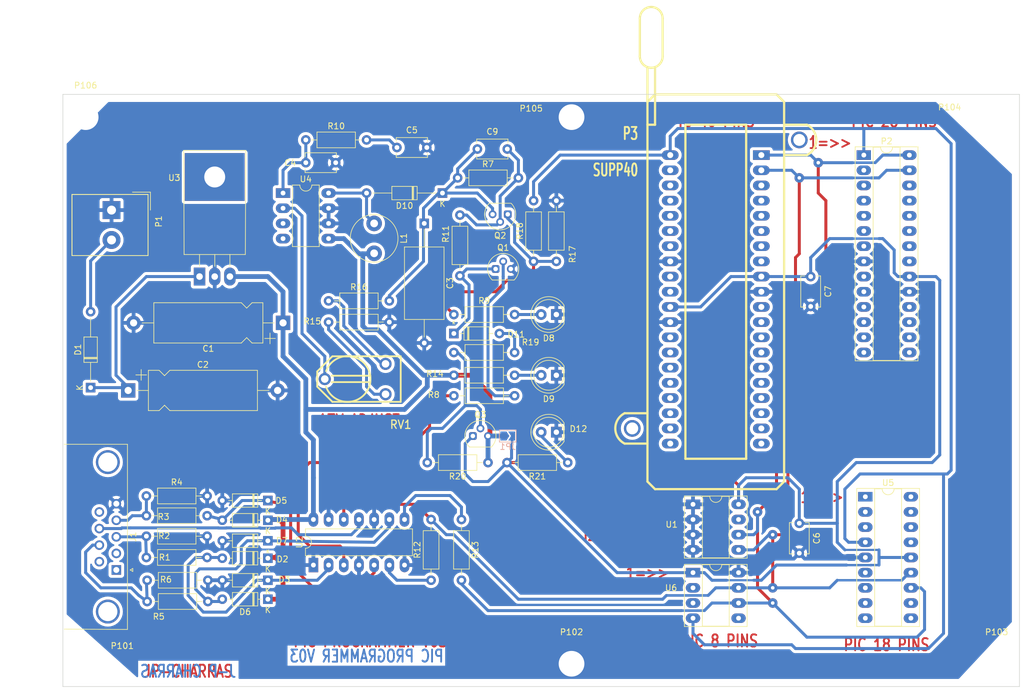
<source format=kicad_pcb>
(kicad_pcb (version 20221018) (generator pcbnew)
  (title_block (title "SERIAL PIC PROGRAMMER"))
  (layers (0 "F.Cu" signal "top_layer") (31 "B.Cu" signal "bottom_layer") (34 "B.Paste" user) (35 "F.Paste" user) (36 "B.SilkS" user "B.Silkscreen") (37 "F.SilkS" user "F.Silkscreen") (38 "B.Mask" user) (39 "F.Mask" user) (44 "Edge.Cuts" user))
  (net 0 "")
  (net 1 "/PC-CLOCK-OUT")
  (net 2 "GND")
  (net 3 "Net-(C2-Pad1)")
  (net 4 "Net-(C4-Pad1)")
  (net 5 "Net-(C5-Pad1)")
  (net 6 "Net-(C9-Pad2)")
  (net 7 "Net-(D11-Pad1)")
  (net 8 "Net-(D11-Pad2)")
  (net 9 "Net-(Q1-Pad2)")
  (net 10 "Net-(Q3-Pad2)")
  (net 11 "Net-(R12-Pad1)")
  (net 12 "Net-(R13-Pad1)")
  (net 13 "Net-(R15-Pad1)")
  (net 14 "Net-(R16-Pad1)")
  (net 15 "Net-(R8-Pad1)")
  (net 16 "Net-(RV1-Pad2)")
  (net 17 "VCC")
  (net 18 "VPP")
  (net 19 "Net-(D1-Pad2)")
  (net 20 "Net-(D4-Pad2)")
  (net 21 "Net-(D8-Pad2)")
  (net 22 "Net-(D9-Pad2)")
  (net 23 "Net-(D12-Pad2)")
  (net 24 "/pic_sockets/VCC_PIC")
  (net 25 "/CLOCK-RB6")
  (net 26 "/DATA-RB7")
  (net 27 "Net-(D2-Pad2)")
  (net 28 "Net-(D6-Pad2)")
  (net 29 "Net-(D10-Pad2)")
  (net 31 "/PC-DATA-IN")
  (net 32 "/PC-DATA-OUT")
  (net 33 "/VPP_ON")
  (net 34 "Net-(Q2-Pad1)")
  (net 38 "/VPP{slash}MCLR")
  (footprint "Capacitor_THT:CP_Axial_L18.0mm_D6.5mm_P25.00mm_Horizontal" (layer "F.Cu") (at 110.49 78.867 180)
    (fp_text reference "C1")
    (fp_text value "100µF")
  )
  (footprint "Capacitor_THT:CP_Axial_L18.0mm_D6.5mm_P25.00mm_Horizontal" (layer "F.Cu") (at 84.582 90.17)
    (fp_text reference "C2")
    (fp_text value "220uF")
  )
  (footprint "MountingHole:MountingHole_4.3mm_M4" (layer "F.Cu") (at 77.47 135.89)
    (fp_text reference "P101")
    (fp_text value "CONN_1")
  )
  (footprint "MountingHole:MountingHole_4.3mm_M4" (layer "F.Cu") (at 158.75 135.89)
    (fp_text reference "P102")
    (fp_text value "CONN_1")
  )
  (footprint "MountingHole:MountingHole_4.3mm_M4" (layer "F.Cu") (at 229.87 135.89)
    (fp_text reference "P103")
    (fp_text value "CONN_1")
  )
  (footprint "MountingHole:MountingHole_4.3mm_M4" (layer "F.Cu") (at 229.87 44.45)
    (fp_text reference "P104")
    (fp_text value "CONN_1")
  )
  (footprint "MountingHole:MountingHole_4.3mm_M4" (layer "F.Cu") (at 158.75 44.45)
    (fp_text reference "P105")
    (fp_text value "CONN_1")
  )
  (footprint "MountingHole:MountingHole_4.3mm_M4" (layer "F.Cu") (at 77.47 44.45)
    (fp_text reference "P106")
    (fp_text value "CONN_1")
  )
  (footprint "footprints:40tex-Ell600" (layer "F.Cu") (at 175.26 50.8)
    (fp_text reference "P3")
    (fp_text value "SUPP40")
  )
  (footprint "Package_DIP:DIP-8_W7.62mm_Socket_LongPads" (layer "F.Cu") (at 179.07 120.65)
    (fp_text reference "U6")
    (fp_text value "PIC_8_PINS")
  )
  (footprint "Package_DIP:DIP-8_W7.62mm_Socket_LongPads" (layer "F.Cu") (at 179.07 109.22)
    (fp_text reference "U1")
    (fp_text value "24Cxx")
  )
  (footprint "Package_DIP:DIP-8_W7.62mm_LongPads" (layer "F.Cu") (at 110.49 57.15)
    (fp_text reference "U4")
    (fp_text value "LT1373")
  )
  (footprint "Package_DIP:DIP-28_W7.62mm_Socket_LongPads" (layer "F.Cu") (at 207.645 50.8)
    (fp_text reference "P2")
    (fp_text value "SUPP28")
  )
  (footprint "Package_DIP:DIP-18_W7.62mm_Socket_LongPads" (layer "F.Cu") (at 207.899 107.95)
    (fp_text reference "U5")
    (fp_text value "PIC_18_PINS")
  )
  (footprint "Package_DIP:DIP-14_W7.62mm_LongPads" (layer "F.Cu") (at 115.57 119.38 90)
    (fp_text reference "U2")
    (fp_text value "74HC125")
  )
  (footprint "Diode_THT:D_DO-35_SOD27_P7.62mm_Horizontal" (layer "F.Cu") (at 107.95 118.237 180)
    (fp_text reference "D2")
    (fp_text value "BAT43")
  )
  (footprint "Diode_THT:D_DO-35_SOD27_P7.62mm_Horizontal" (layer "F.Cu") (at 107.95 121.92 180)
    (fp_text reference "D3")
    (fp_text value "BAT43")
  )
  (footprint "Diode_THT:D_DO-35_SOD27_P7.62mm_Horizontal" (layer "F.Cu") (at 107.95 111.887 180)
    (fp_text reference "D4")
    (fp_text value "BAT43")
  )
  (footprint "Diode_THT:D_DO-35_SOD27_P7.62mm_Horizontal" (layer "F.Cu") (at 107.95 108.585 180)
    (fp_text reference "D5")
    (fp_text value "BAT43")
  )
  (footprint "Diode_THT:D_DO-35_SOD27_P7.62mm_Horizontal" (layer "F.Cu") (at 139.065 80.645)
    (fp_text reference "D11")
    (fp_text value "BAT43")
  )
  (footprint "Diode_THT:D_DO-35_SOD27_P7.62mm_Horizontal" (layer "F.Cu") (at 107.95 115.316 180)
    (fp_text reference "D7")
    (fp_text value "BAT43")
  )
  (footprint "Diode_THT:D_DO-35_SOD27_P7.62mm_Horizontal" (layer "F.Cu") (at 107.95 125.095 180)
    (fp_text reference "D6")
    (fp_text value "BAT43")
  )
  (footprint "Connector_Dsub:DSUB-9_Female_Horizontal_P2.77x2.84mm_EdgePinOffset7.70mm_Housed_MountingHolesOffset9.12mm" (layer "F.Cu") (at 82.6 120.2 -90)
    (fp_text reference "J1")
    (fp_text value "DB9-FEMAL")
  )
  (footprint "Package_TO_SOT_THT:TO-92" (layer "F.Cu") (at 142.24 97.79)
    (fp_text reference "Q3")
    (fp_text value "BC307")
  )
  (footprint "Package_TO_SOT_THT:TO-92" (layer "F.Cu") (at 148.082 60.706 180)
    (fp_text reference "Q2")
    (fp_text value "BC307")
  )
  (footprint "Package_TO_SOT_THT:TO-92" (layer "F.Cu") (at 146.05 69.85)
    (fp_text reference "Q1")
    (fp_text value "BC237")
  )
  (footprint "Resistor_THT:R_Axial_DIN0207_L6.3mm_D2.5mm_P10.16mm_Horizontal" (layer "F.Cu") (at 152.4 68.58 90)
    (fp_text reference "R18")
    (fp_text value "220")
  )
  (footprint "Resistor_THT:R_Axial_DIN0207_L6.3mm_D2.5mm_P10.16mm_Horizontal" (layer "F.Cu") (at 114.3 48.26)
    (fp_text reference "R10")
    (fp_text value "5,1K")
  )
  (footprint "Resistor_THT:R_Axial_DIN0207_L6.3mm_D2.5mm_P10.16mm_Horizontal" (layer "F.Cu") (at 139.065 77.47)
    (fp_text reference "R9")
    (fp_text value "2.2K")
  )
  (footprint "Resistor_THT:R_Axial_DIN0207_L6.3mm_D2.5mm_P10.16mm_Horizontal" (layer "F.Cu") (at 87.63 118.11)
    (fp_text reference "R1")
    (fp_text value "10K")
  )
  (footprint "Resistor_THT:R_Axial_DIN0207_L6.3mm_D2.5mm_P10.16mm_Horizontal" (layer "F.Cu") (at 87.63 114.554)
    (fp_text reference "R2")
    (fp_text value "10K")
  )
  (footprint "Resistor_THT:R_Axial_DIN0207_L6.3mm_D2.5mm_P10.16mm_Horizontal" (layer "F.Cu") (at 87.63 111.125)
    (fp_text reference "R3")
    (fp_text value "10K")
  )
  (footprint "Resistor_THT:R_Axial_DIN0207_L6.3mm_D2.5mm_P10.16mm_Horizontal" (layer "F.Cu") (at 87.63 107.823)
    (fp_text reference "R4")
    (fp_text value "10K")
  )
  (footprint "Resistor_THT:R_Axial_DIN0207_L6.3mm_D2.5mm_P10.16mm_Horizontal" (layer "F.Cu") (at 87.757 125.476)
    (fp_text reference "R5")
    (fp_text value "10K")
  )
  (footprint "Resistor_THT:R_Axial_DIN0207_L6.3mm_D2.5mm_P10.16mm_Horizontal" (layer "F.Cu") (at 139.7 54.61)
    (fp_text reference "R7")
    (fp_text value "10K")
  )
  (footprint "Resistor_THT:R_Axial_DIN0207_L6.3mm_D2.5mm_P10.16mm_Horizontal" (layer "F.Cu") (at 87.757 121.92)
    (fp_text reference "R6")
    (fp_text value "10K")
  )
  (footprint "Resistor_THT:R_Axial_DIN0207_L6.3mm_D2.5mm_P10.16mm_Horizontal" (layer "F.Cu") (at 158.115 102.235 180)
    (fp_text reference "R21")
    (fp_text value "470")
  )
  (footprint "Resistor_THT:R_Axial_DIN0207_L6.3mm_D2.5mm_P10.16mm_Horizontal" (layer "F.Cu") (at 144.78 102.235 180)
    (fp_text reference "R20")
    (fp_text value "2.2K")
  )
  (footprint "Resistor_THT:R_Axial_DIN0207_L6.3mm_D2.5mm_P10.16mm_Horizontal" (layer "F.Cu") (at 149.225 83.82 180)
    (fp_text reference "R19")
    (fp_text value "2.2K")
  )
  (footprint "Resistor_THT:R_Axial_DIN0207_L6.3mm_D2.5mm_P10.16mm_Horizontal" (layer "F.Cu") (at 156.21 68.58 90)
    (fp_text reference "R17")
    (fp_text value "22K")
  )
  (footprint "Resistor_THT:R_Axial_DIN0207_L6.3mm_D2.5mm_P10.16mm_Horizontal" (layer "F.Cu") (at 118.11 75.184)
    (fp_text reference "R16")
    (fp_text value "62K")
  )
  (footprint "Resistor_THT:R_Axial_DIN0207_L6.3mm_D2.5mm_P10.16mm_Horizontal" (layer "F.Cu") (at 118.11 78.74)
    (fp_text reference "R15")
    (fp_text value "6.2K")
  )
  (footprint "Resistor_THT:R_Axial_DIN0207_L6.3mm_D2.5mm_P10.16mm_Horizontal" (layer "F.Cu") (at 139.065 87.63)
    (fp_text reference "R14")
    (fp_text value "470")
  )
  (footprint "Resistor_THT:R_Axial_DIN0207_L6.3mm_D2.5mm_P10.16mm_Horizontal" (layer "F.Cu") (at 140.335 111.76 -90)
    (fp_text reference "R13")
    (fp_text value "470")
  )
  (footprint "Resistor_THT:R_Axial_DIN0207_L6.3mm_D2.5mm_P10.16mm_Horizontal" (layer "F.Cu") (at 139.065 91.059)
    (fp_text reference "R8")
    (fp_text value "1K")
  )
  (footprint "Resistor_THT:R_Axial_DIN0207_L6.3mm_D2.5mm_P10.16mm_Horizontal" (layer "F.Cu") (at 135.255 121.92 90)
    (fp_text reference "R12")
    (fp_text value "470")
  )
  (footprint "LED_THT:LED_D5.0mm" (layer "F.Cu") (at 156.21 77.47 180)
    (fp_text reference "D8")
    (fp_text value "RED-LED")
  )
  (footprint "LED_THT:LED_D5.0mm" (layer "F.Cu") (at 156.21 87.63 180)
    (fp_text reference "D9")
    (fp_text value "GREEN-LED")
  )
  (footprint "LED_THT:LED_D5.0mm" (layer "F.Cu") (at 156.21 97.155 180)
    (fp_text reference "D12")
    (fp_text value "YELLOW-LED")
  )
  (footprint "Capacitor_THT:C_Disc_D5.1mm_W3.2mm_P5.00mm" (layer "F.Cu") (at 114.3 52.07)
    (fp_text reference "C4")
    (fp_text value "0")
  )
  (footprint "Capacitor_THT:C_Disc_D5.1mm_W3.2mm_P5.00mm" (layer "F.Cu") (at 129.54 49.53)
    (fp_text reference "C5")
    (fp_text value "10nF")
  )
  (footprint "Capacitor_THT:C_Disc_D5.1mm_W3.2mm_P5.00mm" (layer "F.Cu") (at 198.755 71.12 -90)
    (fp_text reference "C7")
    (fp_text value "100nF")
  )
  (footprint "Capacitor_THT:C_Disc_D5.1mm_W3.2mm_P5.00mm" (layer "F.Cu") (at 143.002 49.784)
    (fp_text reference "C9")
    (fp_text value "220nF")
  )
  (footprint "Capacitor_THT:C_Disc_D5.1mm_W3.2mm_P5.00mm" (layer "F.Cu") (at 196.85 112.395 -90)
    (fp_text reference "C6")
    (fp_text value "100nF")
  )
  (footprint "Diode_THT:D_DO-35_SOD27_P12.70mm_Horizontal" (layer "F.Cu") (at 137.16 57.15 180)
    (fp_text reference "D10")
    (fp_text value "SCHOTTKY")
  )
  (footprint "footprints:RV2X4" (layer "F.Cu") (at 127.635 90.805 180)
    (fp_text reference "RV1")
    (fp_text value "1K")
  )
  (footprint "TerminalBlock_Altech:Altech_AK300_1x02_P5.00mm_45-Degree" (layer "F.Cu") (at 81.8 60 -90)
    (fp_text reference "P1")
    (fp_text value "CONN_2")
  )
  (footprint "Package_TO_SOT_THT:TO-220-3_Horizontal_TabDown" (layer "F.Cu") (at 96.52 71.12)
    (fp_text reference "U3")
    (fp_text value "7805")
  )
  (footprint "Resistor_THT:R_Axial_DIN0207_L6.3mm_D2.5mm_P10.16mm_Horizontal" (layer "F.Cu") (at 140.081 70.993 90)
    (fp_text reference "R11")
    (fp_text value "22K")
  )
  (footprint "Capacitors_THT:C_Axial_L12.0mm_D6.5mm_P20.00mm_Horizontal" (layer "F.Cu") (at 134.112 62.23 -90)
    (fp_text reference "C3")
    (fp_text value "22uF/25V")
  )
  (footprint "Inductor_THT:L_Radial_D7.8mm_P5.00mm_Fastron_07HCP" (layer "F.Cu") (at 125.73 62.23 -90)
    (fp_text reference "L1")
    (fp_text value "22uH")
  )
  (footprint "Diode_THT:D_DO-35_SOD27_P12.70mm_Horizontal" (layer "F.Cu") (at 78.3 89.7 90)
    (fp_text reference "D1")
    (fp_text value "1N4004")
  )
  (footprint "Jumper:SolderJumper-2_P1.3mm_Open_TrianglePad1.0x1.5mm" (layer "B.Cu") (at 148.082 97.79)
    (fp_text reference "JP1")
    (fp_text value "JUMPER")
  )
  (gr_line (start 73.66 139.7) (end 73.66 40.64) (stroke (width 0.1)) (layer "Edge.Cuts"))
  (gr_line (start 173.99 40.64) (end 233.68 40.64) (stroke (width 0.1)) (layer "Edge.Cuts"))
  (gr_line (start 73.66 40.64) (end 173.99 40.64) (stroke (width 0.1)) (layer "Edge.Cuts"))
  (gr_line (start 233.68 139.7) (end 73.66 139.7) (stroke (width 0.1)) (layer "Edge.Cuts"))
  (gr_line (start 233.68 40.64) (end 233.68 139.7) (stroke (width 0.1)) (layer "Edge.Cuts"))
  (gr_text "+8/12V" (at 81.5 55.5) (layer "F.Cu") (effects (font (size 2.032 1.524) (thickness 0.3048))))
  (gr_text "VCC ON" (at 162.9 99.1) (layer "F.Cu") (effects (font (size 2.032 1.524) (thickness 0.3048))))
  (gr_text "JP-CHARRAS" (at 94.615 137.16) (layer "F.Cu") (effects (font (size 2.032 1.524) (thickness 0.3048))))
  (gr_text "1=>>" (at 167.64 48.895) (layer "F.Cu") (effects (font (size 2.032 1.524) (thickness 0.3048))))
  (gr_text "PWR ON" (at 163.83 88.9) (layer "F.Cu") (effects (font (size 2.032 1.524) (thickness 0.3048))))
  (gr_text "PIC PROGRAMMER V03" (at 125.095 132.08) (layer "F.Cu") (effects (font (size 2.032 1.524) (thickness 0.3048))))
  (gr_text "1=>>" (at 200.66 107.95) (layer "F.Cu") (effects (font (size 2.032 1.524) (thickness 0.3048))))
  (gr_text "PIC 18 PINS" (at 211.455 132.715) (layer "F.Cu") (effects (font (size 2.032 1.524) (thickness 0.3048))))
  (gr_text "I2C PROM" (at 166.37 114.3) (layer "F.Cu") (effects (font (size 2.032 1.524) (thickness 0.3048))))
  (gr_text "VPP ON" (at 163.195 80.645) (layer "F.Cu") (effects (font (size 2.032 1.524) (thickness 0.3048))))
  (gr_text "1=>>" (at 171.45 109.22) (layer "F.Cu") (effects (font (size 2.032 1.524) (thickness 0.3048))))
  (gr_text "13V ADJUST" (at 123.19 95.25) (layer "F.Cu") (effects (font (size 2.032 1.524) (thickness 0.3048))))
  (gr_text "PIC 8 PINS" (at 183.515 132.08) (layer "F.Cu") (effects (font (size 2.032 1.524) (thickness 0.3048))))
  (gr_text "PIC 28 PINS" (at 212.725 45.085) (layer "F.Cu") (effects (font (size 2.032 1.524) (thickness 0.3048))))
  (gr_text "1=>>" (at 171.45 120.65) (layer "F.Cu") (effects (font (size 2.032 1.524) (thickness 0.3048))))
  (gr_text "PIC 40 PINS" (at 182.245 45.085) (layer "F.Cu") (effects (font (size 2.032 1.524) (thickness 0.3048))))
  (gr_text "1=>>" (at 202 48.7) (layer "F.Cu") (effects (font (size 2.032 1.524) (thickness 0.3048))))
  (gr_text "J-P CHARRAS" (at 94.615 137.16) (layer "B.Cu") (effects (font (size 2.032 1.524) (thickness 0.3048)) (justify mirror)))
  (gr_text "PIC PROGRAMMER V03" (at 124.46 134.62) (layer "B.Cu") (effects (font (size 2.032 1.524) (thickness 0.3048)) (justify mirror)))
  (segment (start 85.09 123.19) (end 86.36 124.46) (width 0.5) (layer "B.Cu") (net 1))
  (segment (start 77.47 117.475) (end 77.47 120.65) (width 0.5) (layer "B.Cu") (net 1))
  (segment (start 78.62863 116.045) (end 77.47 117.20363) (width 0.5) (layer "B.Cu") (net 1))
  (segment (start 86.36 124.46) (end 87.757 125.476) (width 0.5) (layer "B.Cu") (net 1))
  (segment (start 80.01 123.19) (end 85.09 123.19) (width 0.5) (layer "B.Cu") (net 1))
  (segment (start 87.757 125.476) (end 87.63 121.92) (width 0.5) (layer "B.Cu") (net 1))
  (segment (start 79.76 116.045) (end 78.62863 116.045) (width 0.5) (layer "B.Cu") (net 1))
  (segment (start 77.47 120.65) (end 80.01 123.19) (width 0.5) (layer "B.Cu") (net 1))
  (segment (start 77.47 117.20363) (end 77.47 117.475) (width 0.5) (layer "B.Cu") (net 1))
  (segment (start 82.55 76.2) (end 87.63 71.12) (width 0.5) (layer "B.Cu") (net 3))
  (segment (start 84.112 89.7) (end 84.582 90.17) (width 0.5) (layer "B.Cu") (net 3))
  (segment (start 84.455 89.535) (end 82.55 87.63) (width 0.5) (layer "B.Cu") (net 3))
  (segment (start 78.3 89.7) (end 84.112 89.7) (width 0.5) (layer "B.Cu") (net 3))
  (segment (start 87.63 71.12) (end 96.52 71.12) (width 0.5) (layer "B.Cu") (net 3))
  (segment (start 82.55 87.63) (end 82.55 76.2) (width 0.5) (layer "B.Cu") (net 3))
  (segment (start 84.455 90.17) (end 84.455 89.535) (width 0.5) (layer "B.Cu") (net 3))
  (segment (start 114.3 48.26) (end 114.3 52.07) (width 0.5) (layer "B.Cu") (net 4))
  (segment (start 110.49 57.15) (end 110.49 53.34) (width 0.5) (layer "B.Cu") (net 4))
  (segment (start 110.49 53.34) (end 111.76 52.07) (width 0.5) (layer "B.Cu") (net 4))
  (segment (start 111.76 52.07) (end 114.3 52.07) (width 0.5) (layer "B.Cu") (net 4))
  (segment (start 124.46 48.26) (end 128.27 48.26) (width 0.5) (layer "B.Cu") (net 5))
  (segment (start 128.27 48.26) (end 129.54 49.53) (width 0.5) (layer "B.Cu") (net 5))
  (segment (start 149.86 51.642) (end 149.86 54.61) (width 0.5) (layer "B.Cu") (net 6))
  (segment (start 141.21237 60.833) (end 142.855369 62.475999) (width 0.5) (layer "B.Cu") (net 6))
  (segment (start 146.312001 62.475999) (end 146.812 61.976) (width 0.5) (layer "B.Cu") (net 6))
  (segment (start 146.812 57.658) (end 149.86 54.61) (width 0.5) (layer "B.Cu") (net 6))
  (segment (start 148.002 49.784) (end 149.86 51.642) (width 0.5) (layer "B.Cu") (net 6))
  (segment (start 146.812 61.976) (end 146.812 57.658) (width 0.5) (layer "B.Cu") (net 6))
  (segment (start 140.081 60.833) (end 141.21237 60.833) (width 0.5) (layer "B.Cu") (net 6))
  (segment (start 142.855369 62.475999) (end 146.312001 62.475999) (width 0.5) (layer "B.Cu") (net 6))
  (segment (start 141.605 72.517) (end 140.081 70.993) (width 0.5) (layer "B.Cu") (net 7))
  (segment (start 141.605 78.105) (end 141.605 72.517) (width 0.5) (layer "B.Cu") (net 7))
  (segment (start 141.224 69.85) (end 146.05 69.85) (width 0.5) (layer "B.Cu") (net 7))
  (segment (start 140.081 70.993) (end 141.224 69.85) (width 0.5) (layer "B.Cu") (net 7))
  (segment (start 139.065 80.645) (end 141.605 78.105) (width 0.5) (layer "B.Cu") (net 7))
  (segment (start 146.685 80.645) (end 148.59 80.645) (width 0.5) (layer "B.Cu") (net 8))
  (segment (start 148.59 80.645) (end 149.225 81.28) (width 0.5) (layer "B.Cu") (net 8))
  (segment (start 149.225 81.28) (end 149.225 83.82) (width 0.5) (layer "B.Cu") (net 8))
  (segment (start 145.923 91.059) (end 144.78 89.916) (width 0.5) (layer "B.Cu") (net 9))
  (segment (start 147.32 71.12) (end 147.32 68.58) (width 0.5) (layer "B.Cu") (net 9))
  (segment (start 147.32 73.025) (end 147.32 71.12) (width 0.5) (layer "B.Cu") (net 9))
  (segment (start 144.78 89.916) (end 144.78 75.565) (width 0.5) (layer "B.Cu") (net 9))
  (segment (start 144.78 75.565) (end 147.32 73.025) (width 0.5) (layer "B.Cu") (net 9))
  (segment (start 149.225 91.059) (end 145.923 91.059) (width 0.5) (layer "B.Cu") (net 9))
  (segment (start 135.255 96.52) (end 137.16 96.52) (width 0.5) (layer "B.Cu") (net 10))
  (segment (start 135.255 96.52) (end 134.62 97.155) (width 0.5) (layer "B.Cu") (net 10))
  (segment (start 143.51 93.345) (end 143.51 96.52) (width 0.5) (layer "B.Cu") (net 10))
  (segment (start 142.875 92.71) (end 143.51 93.345) (width 0.5) (layer "B.Cu") (net 10))
  (segment (start 134.62 97.155) (end 134.62 102.235) (width 0.5) (layer "B.Cu") (net 10))
  (segment (start 140.97 85.09) (end 139.7 83.82) (width 0.5) (layer "B.Cu") (net 10))
  (segment (start 140.97 85.09) (end 140.97 92.71) (width 0.5) (layer "B.Cu") (net 10))
  (segment (start 137.16 96.52) (end 140.97 92.71) (width 0.5) (layer "B.Cu") (net 10))
  (segment (start 139.7 83.82) (end 139.065 83.82) (width 0.5) (layer "B.Cu") (net 10))
  (segment (start 140.97 92.71) (end 142.875 92.71) (width 0.5) (layer "B.Cu") (net 10))
  (segment (start 128.27 119.38) (end 128.27 120.65) (width 0.5) (layer "B.Cu") (net 11))
  (segment (start 128.27 120.65) (end 129.54 121.92) (width 0.5) (layer "B.Cu") (net 11))
  (segment (start 129.54 121.92) (end 135.255 121.92) (width 0.5) (layer "B.Cu") (net 11))
  (segment (start 130.81 109.6264) (end 132.6896 107.7468) (width 0.5) (layer "B.Cu") (net 12))
  (segment (start 132.6896 107.7468) (end 138.4046 107.7468) (width 0.5) (layer "B.Cu") (net 12))
  (segment (start 138.4046 107.7468) (end 140.335 109.6772) (width 0.5) (layer "B.Cu") (net 12))
  (segment (start 140.335 109.6772) (end 140.335 111.76) (width 0.5) (layer "B.Cu") (net 12))
  (segment (start 130.81 111.76) (end 130.81 109.6264) (width 0.5) (layer "B.Cu") (net 12))
  (segment (start 118.11 80.01) (end 124.46 86.36) (width 0.5) (layer "B.Cu") (net 13))
  (segment (start 124.46 86.36) (end 124.46 89.535) (width 0.5) (layer "B.Cu") (net 13))
  (segment (start 125.73 90.805) (end 127.635 90.805) (width 0.5) (layer "B.Cu") (net 13))
  (segment (start 118.11 78.74) (end 118.11 80.01) (width 0.5) (layer "B.Cu") (net 13))
  (segment (start 124.46 89.535) (end 125.73 90.805) (width 0.5) (layer "B.Cu") (net 13))
  (segment (start 119.634 75.184) (end 120.65 76.2) (width 0.5) (layer "B.Cu") (net 14))
  (segment (start 120.65 79.375) (end 127 85.725) (width 0.5) (layer "B.Cu") (net 14))
  (segment (start 127 85.725) (end 127.635 85.725) (width 0.5) (layer "B.Cu") (net 14))
  (segment (start 118.11 75.184) (end 119.634 75.184) (width 0.5) (layer "B.Cu") (net 14))
  (segment (start 120.65 76.2) (end 120.65 79.375) (width 0.5) (layer "B.Cu") (net 14))
  (segment (start 135.001 96.266) (end 135.001 92.456) (width 0.5) (layer "F.Cu") (net 15))
  (segment (start 120.015 116.205) (end 114.935 116.205) (width 0.5) (layer "F.Cu") (net 15))
  (segment (start 114.935 102.235) (end 129.032 102.235) (width 0.5) (layer "F.Cu") (net 15))
  (segment (start 129.032 102.235) (end 135.001 96.266) (width 0.5) (layer "F.Cu") (net 15))
  (segment (start 136.398 91.059) (end 139.065 91.059) (width 0.5) (layer "F.Cu") (net 15))
  (segment (start 135.001 92.456) (end 136.398 91.059) (width 0.5) (layer "F.Cu") (net 15))
  (segment (start 113.03 104.14) (end 114.935 102.235) (width 0.5) (layer "F.Cu") (net 15))
  (segment (start 113.03 114.3) (end 113.03 104.14) (width 0.5) (layer "F.Cu") (net 15))
  (segment (start 120.65 116.84) (end 120.015 116.205) (width 0.5) (layer "F.Cu") (net 15))
  (segment (start 114.935 116.205) (end 113.03 114.3) (width 0.5) (layer "F.Cu") (net 15))
  (segment (start 120.65 119.38) (end 120.65 116.84) (width 0.5) (layer "F.Cu") (net 15))
  (segment (start 112.395 59.69) (end 113.665 60.96) (width 0.5) (layer "B.Cu") (net 16))
  (segment (start 110.49 59.69) (end 112.395 59.69) (width 0.5) (layer "B.Cu") (net 16))
  (segment (start 113.665 60.96) (end 113.665 80.645) (width 0.5) (layer "B.Cu") (net 16))
  (segment (start 117.475 84.455) (end 117.475 88.265) (width 0.5) (layer "B.Cu") (net 16))
  (segment (start 113.665 80.645) (end 117.475 84.455) (width 0.5) (layer "B.Cu") (net 16))
  (segment (start 110.49 124.155) (end 110.49 119.38) (width 0.8) (layer "F.Cu") (net 17))
  (segment (start 145.1 97.47) (end 144.78 97.79) (width 0.8) (layer "F.Cu") (net 17))
  (segment (start 141.986 87.63) (end 145.1 90.744) (width 0.8) (layer "F.Cu") (net 17))
  (segment (start 109.55 125.095) (end 110.49 124.155) (width 0.8) (layer "F.Cu") (net 17))
  (segment (start 145.1 90.744) (end 145.1 97.47) (width 0.8) (layer "F.Cu") (net 17))
  (segment (start 110.49 119.38) (end 109.22 118.11) (width 0.8) (layer "F.Cu") (net 17))
  (segment (start 107.95 125.095) (end 109.55 125.095) (width 0.8) (layer "F.Cu") (net 17))
  (segment (start 109.22 118.11) (end 107.95 118.11) (width 0.8) (layer "F.Cu") (net 17))
  (segment (start 109.855 111.76) (end 110.49 112.395) (width 0.8) (layer "F.Cu") (net 17))
  (segment (start 110.49 112.395) (end 110.49 116.84) (width 0.8) (layer "F.Cu") (net 17))
  (segment (start 107.95 111.76) (end 109.855 111.76) (width 0.8) (layer "F.Cu") (net 17))
  (segment (start 139.065 87.63) (end 141.986 87.63) (width 0.8) (layer "F.Cu") (net 17))
  (segment (start 110.49 116.84) (end 109.22 118.11) (width 0.8) (layer "F.Cu") (net 17))
  (segment (start 144.78 97.79) (end 144.78 97.917) (width 0.8) (layer "B.Cu") (net 17))
  (segment (start 124.46 80.01) (end 123.825 79.375) (width 0.8) (layer "B.Cu") (net 17))
  (segment (start 134.62 87.63) (end 133.985 87.63) (width 0.8) (layer "B.Cu") (net 17))
  (segment (start 107.95 111.76) (end 115.57 111.76) (width 0.8) (layer "B.Cu") (net 17))
  (segment (start 114.3 88.265) (end 114.3 93.345) (width 0.8) (layer "B.Cu") (net 17))
  (segment (start 110.49 78.74) (end 110.49 73.66) (width 0.8) (layer "B.Cu") (net 17))
  (segment (start 110.49 73.66) (end 107.95 71.12) (width 0.8) (layer "B.Cu") (net 17))
  (segment (start 123.825 67.31) (end 123.19 67.31) (width 0.8) (layer "B.Cu") (net 17))
  (segment (start 130.81 93.345) (end 134.62 89.535) (width 0.8) (layer "B.Cu") (net 17))
  (segment (start 147.447 97.79) (end 144.78 97.79) (width 0.8) (layer "B.Cu") (net 17))
  (segment (start 114.3 93.345) (end 114.3 97.155) (width 0.8) (layer "B.Cu") (net 17))
  (segment (start 115.57 111.76) (end 115.57 104.775) (width 0.8) (layer "B.Cu") (net 17))
  (segment (start 123.825 79.375) (end 123.825 67.31) (width 0.8) (layer "B.Cu") (net 17))
  (segment (start 110.49 84.455) (end 114.3 88.265) (width 0.8) (layer "B.Cu") (net 17))
  (segment (start 125.73 67.31) (end 123.825 67.31) (width 0.8) (layer "B.Cu") (net 17))
  (segment (start 133.985 87.63) (end 126.365 80.01) (width 0.8) (layer "B.Cu") (net 17))
  (segment (start 118.11 64.77) (end 120.65 64.77) (width 0.8) (layer "B.Cu") (net 17))
  (segment (start 115.57 98.425) (end 115.57 104.775) (width 0.8) (layer "B.Cu") (net 17))
  (segment (start 126.365 80.01) (end 124.46 80.01) (width 0.8) (layer "B.Cu") (net 17))
  (segment (start 114.3 97.155) (end 115.57 98.425) (width 0.8) (layer "B.Cu") (net 17))
  (segment (start 114.3 93.345) (end 130.81 93.345) (width 0.8) (layer "B.Cu") (net 17))
  (segment (start 139.065 87.63) (end 134.62 87.63) (width 0.8) (layer "B.Cu") (net 17))
  (segment (start 110.49 78.74) (end 110.49 84.455) (width 0.8) (layer "B.Cu") (net 17))
  (segment (start 123.19 67.31) (end 120.65 64.77) (width 0.8) (layer "B.Cu") (net 17))
  (segment (start 134.62 89.535) (end 134.62 87.63) (width 0.8) (layer "B.Cu") (net 17))
  (segment (start 101.6 71.12) (end 107.95 71.12) (width 0.8) (layer "B.Cu") (net 17))
  (segment (start 144.78 102.235) (end 144.78 97.917) (width 0.8) (layer "B.Cu") (net 17))
  (segment (start 139.7 54.61) (end 139.7 53.086) (width 0.5) (layer "B.Cu") (net 18))
  (segment (start 145.542 59.706) (end 142.986 57.15) (width 0.5) (layer "B.Cu") (net 18))
  (segment (start 137.16 57.15) (end 142.748 57.15) (width 0.5) (layer "B.Cu") (net 18))
  (segment (start 136.525 57.15) (end 137.16 57.15) (width 0.5) (layer "B.Cu") (net 18))
  (segment (start 133.985 68.58) (end 128.27 74.295) (width 0.5) (layer "B.Cu") (net 18))
  (segment (start 142.986 57.15) (end 142.748 57.15) (width 0.5) (layer "B.Cu") (net 18))
  (segment (start 139.7 53.086) (end 143.002 49.784) (width 0.5) (layer "B.Cu") (net 18))
  (segment (start 136.525 57.15) (end 133.985 59.69) (width 0.5) (layer "B.Cu") (net 18))
  (segment (start 133.985 62.23) (end 133.985 68.58) (width 0.5) (layer "B.Cu") (net 18))
  (segment (start 137.16 57.15) (end 139.7 54.61) (width 0.5) (layer "B.Cu") (net 18))
  (segment (start 145.542 60.706) (end 145.542 59.706) (width 0.5) (layer "B.Cu") (net 18))
  (segment (start 133.985 62.23) (end 133.985 59.69) (width 0.5) (layer "B.Cu") (net 18))
  (segment (start 128.27 74.295) (end 128.27 75.184) (width 0.5) (layer "B.Cu") (net 18))
  (segment (start 78.3 68.5) (end 78.3 77) (width 0.5) (layer "B.Cu") (net 19))
  (segment (start 81.8 65) (end 78.3 68.5) (width 0.5) (layer "B.Cu") (net 19))
  (segment (start 111.76 119.38) (end 115.57 123.19) (width 0.5) (layer "F.Cu") (net 20))
  (segment (start 125.73 120.65) (end 125.73 119.38) (width 0.5) (layer "F.Cu") (net 20))
  (segment (start 111.76 109.855) (end 111.76 119.38) (width 0.5) (layer "F.Cu") (net 20))
  (segment (start 115.57 123.19) (end 123.19 123.19) (width 0.5) (layer "F.Cu") (net 20))
  (segment (start 107.95 108.712) (end 111.125 109.22) (width 0.5) (layer "F.Cu") (net 20))
  (segment (start 111.125 109.22) (end 111.76 109.855) (width 0.5) (layer "F.Cu") (net 20))
  (segment (start 123.19 123.19) (end 125.73 120.65) (width 0.5) (layer "F.Cu") (net 20))
  (segment (start 107.95 108.585) (end 103.632 108.585) (width 0.5) (layer "B.Cu") (net 20))
  (segment (start 100.33 111.76) (end 97.79 111.125) (width 0.5) (layer "B.Cu") (net 20))
  (segment (start 103.632 108.585) (end 100.33 111.887) (width 0.5) (layer "B.Cu") (net 20))
  (segment (start 153.67 77.47) (end 149.225 77.47) (width 0.5) (layer "B.Cu") (net 21))
  (segment (start 153.67 87.63) (end 149.225 87.63) (width 0.5) (layer "B.Cu") (net 22))
  (segment (start 153.67 97.155) (end 153.67 97.79) (width 0.5) (layer "B.Cu") (net 23))
  (segment (start 153.67 97.79) (end 158.115 102.235) (width 0.5) (layer "B.Cu") (net 23))
  (segment (start 154.305 104.775) (end 151.765 102.235) (width 0.5) (layer "F.Cu") (net 24))
  (segment (start 151.765 102.235) (end 147.955 102.235) (width 0.5) (layer "F.Cu") (net 24))
  (segment (start 185.42 104.775) (end 186.69 106.045) (width 0.5) (layer "F.Cu") (net 24))
  (segment (start 186.69 109.22) (end 186.69 106.045) (width 0.5) (layer "F.Cu") (net 24))
  (segment (start 170.18 104.775) (end 154.305 104.775) (width 0.5) (layer "F.Cu") (net 24))
  (segment (start 170.18 104.775) (end 185.42 104.775) (width 0.5) (layer "F.Cu") (net 24))
  (segment (start 184.7 121.92) (end 189.23 121.92) (width 0.35) (layer "B.Cu") (net 24))
  (segment (start 204.47 116.84) (end 210.185 116.84) (width 0.35) (layer "B.Cu") (net 24))
  (segment (start 148.717 101.473) (end 147.955 102.235) (width 0.5) (layer "B.Cu") (net 24))
  (segment (start 148.717 99.314) (end 148.717 101.473) (width 0.5) (layer "B.Cu") (net 24))
  (segment (start 206.375 102.235) (end 219.075 102.235) (width 0.5) (layer "B.Cu") (net 24))
  (segment (start 212.725 70.485) (end 213.36 71.12) (width 0.5) (layer "B.Cu") (net 24))
  (segment (start 212.725 66.675) (end 212.725 70.485) (width 0.5) (layer "B.Cu") (net 24))
  (segment (start 204.724 119.38) (end 193.04 119.38) (width 0.5) (layer "B.Cu") (net 24))
  (segment (start 210.185 118.11) (end 210.185 116.84) (width 0.5) (layer "B.Cu") (net 24))
  (segment (start 220.345 71.755) (end 219.71 71.12) (width 0.5) (layer "B.Cu") (net 24))
  (segment (start 220.345 100.965) (end 220.345 71.755) (width 0.5) (layer "B.Cu") (net 24))
  (segment (start 204.73401 119.39001) (end 204.724 119.38) (width 0.5) (layer "B.Cu") (net 24))
  (segment (start 179.07 120.65) (end 166.37 120.65) (width 0.5) (layer "B.Cu") (net 24))
  (segment (start 190.5 71.12) (end 198.755 71.12) (width 0.5) (layer "B.Cu") (net 24))
  (segment (start 186.69 106.045) (end 187.96 104.775) (width 0.5) (layer "B.Cu") (net 24))
  (segment (start 196.85 112.395) (end 196.85 106.68) (width 0.5) (layer "B.Cu") (net 24))
  (segment (start 166.37 120.65) (end 147.955 102.235) (width 0.5) (layer "B.Cu") (net 24))
  (segment (start 142.24 105.41) (end 144.78 105.41) (width 0.5) (layer "B.Cu") (net 24))
  (segment (start 193.04 119.38) (end 190.5 121.92) (width 0.5) (layer "B.Cu") (net 24))
  (segment (start 198.755 67.945) (end 201.93 64.77) (width 0.5) (layer "B.Cu") (net 24))
  (segment (start 182.245 121.92) (end 184.7 121.92) (width 0.5) (layer "B.Cu") (net 24))
  (segment (start 213.36 71.12) (end 215.265 71.12) (width 0.5) (layer "B.Cu") (net 24))
  (segment (start 196.85 106.68) (end 194.945 104.775) (width 0.5) (layer "B.Cu") (net 24))
  (segment (start 208.839207 119.38) (end 208.829197 119.39001) (width 0.4) (layer "B.Cu") (net 24))
  (segment (start 140.97 99.06) (end 142.24 97.79) (width 0.5) (layer "B.Cu") (net 24))
  (segment (start 148.807 97.79) (end 148.807 99.224) (width 0.4) (layer "B.Cu") (net 24))
  (segment (start 140.97 99.06) (end 140.97 104.14) (width 0.5) (layer "B.Cu") (net 24))
  (segment (start 203.2 105.41) (end 206.375 102.235) (width 0.5) (layer "B.Cu") (net 24))
  (segment (start 203.2 105.41) (end 203.2 112.395) (width 0.5) (layer "B.Cu") (net 24))
  (segment (start 210.185 64.77) (end 210.82 64.77) (width 0.5) (layer "B.Cu") (net 24))
  (segment (start 180.34 76.2) (end 185.42 71.12) (width 0.5) (layer "B.Cu") (net 24))
  (segment (start 219.075 102.235) (end 220.345 100.965) (width 0.5) (layer "B.Cu") (net 24))
  (segment (start 208.829197 119.39001) (end 204.73401 119.39001) (width 0.4) (layer "B.Cu") (net 24))
  (segment (start 203.2 112.395) (end 203.2 115.57) (width 0.5) (layer "B.Cu") (net 24))
  (segment (start 187.96 104.775) (end 194.945 104.775) (width 0.5) (layer "B.Cu") (net 24))
  (segment (start 210.185 119.38) (end 210.185 118.11) (width 0.5) (layer "B.Cu") (net 24))
  (segment (start 148.807 98.642) (end 148.807 97.79) (width 0.4) (layer "B.Cu") (net 24))
  (segment (start 140.97 104.14) (end 142.24 105.41) (width 0.5) (layer "B.Cu") (net 24))
  (segment (start 198.755 71.12) (end 198.755 67.945) (width 0.5) (layer "B.Cu") (net 24))
  (segment (start 175.26 76.2) (end 180.34 76.2) (width 0.5) (layer "B.Cu") (net 24))
  (segment (start 210.82 64.77) (end 212.725 66.675) (width 0.5) (layer "B.Cu") (net 24))
  (segment (start 210.185 118.11) (end 215.265 118.11) (width 0.5) (layer "B.Cu") (net 24))
  (segment (start 205.74 64.77) (end 210.185 64.77) (width 0.4) (layer "B.Cu") (net 24))
  (segment (start 190.5 121.92) (end 189.23 121.92) (width 0.5) (layer "B.Cu") (net 24))
  (segment (start 186.69 109.22) (end 186.69 106.045) (width 0.5) (layer "B.Cu") (net 24))
  (segment (start 196.85 112.395) (end 203.2 112.395) (width 0.5) (layer "B.Cu") (net 24))
  (segment (start 210.185 119.38) (end 208.839207 119.38) (width 0.4) (layer "B.Cu") (net 24))
  (segment (start 201.93 64.77) (end 205.74 64.77) (width 0.5) (layer "B.Cu") (net 24))
  (segment (start 144.78 105.41) (end 147.955 102.235) (width 0.5) (layer "B.Cu") (net 24))
  (segment (start 203.2 115.57) (end 204.47 116.84) (width 0.5) (layer "B.Cu") (net 24))
  (segment (start 185.42 71.12) (end 190.5 71.12) (width 0.5) (layer "B.Cu") (net 24))
  (segment (start 179.07 120.65) (end 180.975 120.65) (width 0.5) (layer "B.Cu") (net 24))
  (segment (start 180.975 120.65) (end 182.245 121.92) (width 0.5) (layer "B.Cu") (net 24))
  (segment (start 148.807 99.224) (end 148.717 99.314) (width 0.4) (layer "B.Cu") (net 24))
  (segment (start 219.71 71.12) (end 215.265 71.12) (width 0.5) (layer "B.Cu") (net 24))
  (segment (start 189.865 123.19) (end 192.405 125.73) (width 0.5) (layer "F.Cu") (net 25))
  (segment (start 193.04 75.565) (end 196.215 72.39) (width 0.5) (layer "F.Cu") (net 25))
  (segment (start 196.85 67.31) (end 196.85 54.61) (width 0.5) (layer "F.Cu") (net 25))
  (segment (start 196.215 72.39) (end 196.215 67.945) (width 0.5) (layer "F.Cu") (net 25))
  (segment (start 193.04 107.315) (end 189.865 110.49) (width 0.5) (layer "F.Cu") (net 25))
  (segment (start 189.865 110.49) (end 189.865 123.19) (width 0.5) (layer "F.Cu") (net 25))
  (segment (start 196.215 67.945) (end 196.85 67.31) (width 0.5) (layer "F.Cu") (net 25))
  (segment (start 193.04 107.315) (end 193.04 75.565) (width 0.5) (layer "F.Cu") (net 25))
  (via (at 189.865 110.49) (size 1.6) (drill 0.6) (layers "F.Cu" "B.Cu") (net 25))
  (via (at 192.405 125.73) (size 1.6) (drill 0.6) (layers "F.Cu" "B.Cu") (net 25))
  (via (at 196.85 54.61) (size 1.6) (drill 0.6) (layers "F.Cu" "B.Cu") (net 25))
  (segment (start 182.245 125.73) (end 186.69 125.73) (width 0.5) (layer "B.Cu") (net 25))
  (segment (start 195.58 53.34) (end 196.85 54.61) (width 0.5) (layer "B.Cu") (net 25))
  (segment (start 190.5 53.34) (end 195.58 53.34) (width 0.5) (layer "B.Cu") (net 25))
  (segment (start 216.535 131.445) (end 217.805 130.175) (width 0.5) (layer "B.Cu") (net 25))
  (segment (start 211.455 53.34) (end 215.265 53.34) (width 0.5) (layer "B.Cu") (net 25))
  (segment (start 189.23 114.3) (end 186.69 114.3) (width 0.5) (layer "B.Cu") (net 25))
  (segment (start 182.245 125.73) (end 180.975 127) (width 0.5) (layer "B.Cu") (net 25))
  (segment (start 205.74 54.61) (end 208.915 54.61) (width 0.4318) (layer "B.Cu") (net 25))
  (segment (start 211.455 53.34) (end 210.185 54.61) (width 0.5) (layer "B.Cu") (net 25))
  (segment (start 140.335 122.555) (end 144.78 127) (width 0.5) (layer "B.Cu") (net 25))
  (segment (start 210.185 54.61) (end 208.915 54.61) (width 0.5) (layer "B.Cu") (net 25))
  (segment (start 217.805 123.825) (end 217.17 123.19) (width 0.5) (layer "B.Cu") (net 25))
  (segment (start 196.85 54.61) (end 205.74 54.61) (width 0.5) (layer "B.Cu") (net 25))
  (segment (start 140.335 121.92) (end 140.335 122.555) (width 0.5) (layer "B.Cu") (net 25))
  (segment (start 217.17 123.19) (end 215.265 123.19) (width 0.5) (layer "B.Cu") (net 25))
  (segment (start 144.78 127) (end 177.165 127) (width 0.5) (layer "B.Cu") (net 25))
  (segment (start 189.865 110.49) (end 189.865 113.665) (width 0.5) (layer "B.Cu") (net 25))
  (segment (start 217.805 130.175) (end 217.805 123.825) (width 0.5) (layer "B.Cu") (net 25))
  (segment (start 192.405 125.73) (end 198.12 131.445) (width 0.5) (layer "B.Cu") (net 25))
  (segment (start 198.12 131.445) (end 216.535 131.445) (width 0.5) (layer "B.Cu") (net 25))
  (segment (start 186.69 125.73) (end 192.405 125.73) (width 0.5) (layer "B.Cu") (net 25))
  (segment (start 189.865 113.665) (end 189.23 114.3) (width 0.5) (layer "B.Cu") (net 25))
  (segment (start 177.165 127) (end 180.975 127) (width 0.4318) (layer "B.Cu") (net 25))
  (segment (start 201.295 85.09) (end 194.945 91.44) (width 0.5) (layer "F.Cu") (net 26))
  (segment (start 194.945 91.44) (end 194.945 113.665) (width 0.5) (layer "F.Cu") (net 26))
  (segment (start 200.025 57.15) (end 200.025 52.07) (width 0.5) (layer "F.Cu") (net 26))
  (segment (start 201.295 58.42) (end 201.295 85.09) (width 0.5) (layer "F.Cu") (net 26))
  (segment (start 120.65 109.855) (end 121.285 109.22) (width 0.5) (layer "F.Cu") (net 26))
  (segment (start 192.405 114.3) (end 192.405 123.19) (width 0.5) (layer "F.Cu") (net 26))
  (segment (start 120.65 111.76) (end 120.65 109.855) (width 0.5) (layer "F.Cu") (net 26))
  (segment (start 194.945 113.665) (end 194.31 114.3) (width 0.5) (layer "F.Cu") (net 26))
  (segment (start 132.715 109.22) (end 135.255 111.76) (width 0.5) (layer "F.Cu") (net 26))
  (segment (start 194.31 114.3) (end 192.405 114.3) (width 0.5) (layer "F.Cu") (net 26))
  (segment (start 200.025 57.15) (end 201.295 58.42) (width 0.5) (layer "F.Cu") (net 26))
  (segment (start 121.285 109.22) (end 132.715 109.22) (width 0.5) (layer "F.Cu") (net 26))
  (via (at 200.025 52.07) (size 1.6) (drill 0.6) (layers "F.Cu" "B.Cu") (net 26))
  (via (at 192.405 123.19) (size 1.6) (drill 0.6) (layers "F.Cu" "B.Cu") (net 26))
  (via (at 192.405 114.3) (size 1.6) (drill 0.6) (layers "F.Cu" "B.Cu") (net 26))
  (segment (start 215.265 50.8) (end 210.82 50.8) (width 0.5) (layer "B.Cu") (net 26))
  (segment (start 209.55 52.07) (end 210.82 50.8) (width 0.5) (layer "B.Cu") (net 26))
  (segment (start 203.2 121.92) (end 213.995 121.92) (width 0.4) (layer "B.Cu") (net 26))
  (segment (start 201.93 123.19) (end 203.2 121.92) (width 0.5) (layer "B.Cu") (net 26))
  (segment (start 173.99 125.095) (end 174.625 124.46) (width 0.5) (layer "B.Cu") (net 26))
  (segment (start 181.61 124.46) (end 182.88 123.19) (width 0.5) (layer "B.Cu") (net 26))
  (segment (start 135.255 111.76) (end 137.795 114.3) (width 0.5) (layer "B.Cu") (net 26))
  (segment (start 205.74 52.07) (end 209.55 52.07) (width 0.4318) (layer "B.Cu") (net 26))
  (segment (start 200.025 52.07) (end 205.74 52.07) (width 0.5) (layer "B.Cu") (net 26))
  (segment (start 189.23 116.84) (end 186.69 116.84) (width 0.5) (layer "B.Cu") (net 26))
  (segment (start 182.88 123.19) (end 186.69 123.19) (width 0.5) (layer "B.Cu") (net 26))
  (segment (start 192.405 114.3) (end 191.77 114.3) (width 0.5) (layer "B.Cu") (net 26))
  (segment (start 186.69 123.19) (end 192.405 123.19) (width 0.5) (layer "B.Cu") (net 26))
  (segment (start 192.405 123.19) (end 201.93 123.19) (width 0.5) (layer "B.Cu") (net 26))
  (segment (start 198.755 50.8) (end 200.025 52.07) (width 0.5) (layer "B.Cu") (net 26))
  (segment (start 190.5 50.8) (end 198.755 50.8) (width 0.5) (layer "B.Cu") (net 26))
  (segment (start 139.065 114.3) (end 149.86 125.095) (width 0.5) (layer "B.Cu") (net 26))
  (segment (start 149.86 125.095) (end 173.99 125.095) (width 0.5) (layer "B.Cu") (net 26))
  (segment (start 174.625 124.46) (end 181.61 124.46) (width 0.4318) (layer "B.Cu") (net 26))
  (segment (start 213.995 121.92) (end 215.265 120.65) (width 0.5) (layer "B.Cu") (net 26))
  (segment (start 191.77 114.3) (end 189.23 116.84) (width 0.5) (layer "B.Cu") (net 26))
  (segment (start 137.795 114.3) (end 139.065 114.3) (width 0.5) (layer "B.Cu") (net 26))
  (segment (start 106.045 121.92) (end 107.95 121.92) (width 0.5) (layer "B.Cu") (net 27))
  (segment (start 95.885 118.11) (end 94.615 119.38) (width 0.5) (layer "B.Cu") (net 27))
  (segment (start 97.79 118.11) (end 95.885 118.11) (width 0.5) (layer "B.Cu") (net 27))
  (segment (start 107.95 121.92) (end 116.205 121.92) (width 0.5) (layer "B.Cu") (net 27))
  (segment (start 97.155 127.254) (end 100.965 127.254) (width 0.5) (layer "B.Cu") (net 27))
  (segment (start 118.11 120.015) (end 118.11 119.38) (width 0.5) (layer "B.Cu") (net 27))
  (segment (start 94.615 124.46) (end 97.155 127.254) (width 0.5) (layer "B.Cu") (net 27))
  (segment (start 94.615 119.38) (end 94.615 124.46) (width 0.5) (layer "B.Cu") (net 27))
  (segment (start 116.205 121.92) (end 118.11 120.015) (width 0.5) (layer "B.Cu") (net 27))
  (segment (start 100.33 118.11) (end 97.79 118.11) (width 0.5) (layer "B.Cu") (net 27))
  (segment (start 100.965 127.254) (end 106.045 121.92) (width 0.5) (layer "B.Cu") (net 27))
  (segment (start 99.949 125.476) (end 100.33 125.095) (width 0.5) (layer "B.Cu") (net 28))
  (segment (start 95.885 123.444) (end 97.917 125.476) (width 0.5) (layer "B.Cu") (net 28))
  (segment (start 102.616 120.015) (end 103.505 119.126) (width 0.5) (layer "B.Cu") (net 28))
  (segment (start 97.917 125.476) (end 99.949 125.476) (width 0.5) (layer "B.Cu") (net 28))
  (segment (start 128.27 111.76) (end 128.27 113.03) (width 0.5) (layer "B.Cu") (net 28))
  (segment (start 96.52 120.015) (end 102.616 120.015) (width 0.5) (layer "B.Cu") (net 28))
  (segment (start 95.885 122.555) (end 95.885 123.444) (width 0.5) (layer "B.Cu") (net 28))
  (segment (start 103.505 116.332) (end 104.521 115.316) (width 0.5) (layer "B.Cu") (net 28))
  (segment (start 128.27 113.03) (end 125.73 115.57) (width 0.5) (layer "B.Cu") (net 28))
  (segment (start 104.521 115.316) (end 107.95 115.316) (width 0.5) (layer "B.Cu") (net 28))
  (segment (start 107.95 115.316) (end 125.73 115.57) (width 0.5) (layer "B.Cu") (net 28))
  (segment (start 95.885 120.65) (end 96.52 120.015) (width 0.5) (layer "B.Cu") (net 28))
  (segment (start 103.505 119.126) (end 103.505 116.332) (width 0.5) (layer "B.Cu") (net 28))
  (segment (start 95.885 122.555) (end 95.885 120.65) (width 0.5) (layer "B.Cu") (net 28))
  (segment (start 118.11 57.15) (end 124.46 57.15) (width 0.5) (layer "B.Cu") (net 29))
  (segment (start 124.46 60.96) (end 125.73 62.23) (width 0.5) (layer "B.Cu") (net 29))
  (segment (start 124.46 57.15) (end 124.46 60.96) (width 0.5) (layer "B.Cu") (net 29))
  (segment (start 123.19 113.03) (end 123.19 111.76) (width 0.5) (layer "B.Cu") (net 31))
  (segment (start 121.92 114.3) (end 123.19 113.03) (width 0.5) (layer "B.Cu") (net 31))
  (segment (start 84.963 113.157) (end 99.675998 113.157) (width 0.5) (layer "B.Cu") (net 31))
  (segment (start 106.665998 113.157) (end 106.725999 113.217001) (width 0.5) (layer "B.Cu") (net 31))
  (segment (start 106.725999 113.217001) (end 109.174001 113.217001) (width 0.5) (layer "B.Cu") (net 31))
  (segment (start 113.03 114.3) (end 121.92 114.3) (width 0.5) (layer "B.Cu") (net 31))
  (segment (start 100.984002 113.157) (end 106.665998 113.157) (width 0.5) (layer "B.Cu") (net 31))
  (segment (start 83.543 113.157) (end 83.425 113.275) (width 0.5) (layer "B.Cu") (net 31))
  (segment (start 84.963 113.157) (end 83.543 113.157) (width 0.5) (layer "B.Cu") (net 31))
  (segment (start 109.174001 113.217001) (end 109.234002 113.157) (width 0.5) (layer "B.Cu") (net 31))
  (segment (start 109.234002 113.157) (end 111.887 113.157) (width 0.5) (layer "B.Cu") (net 31))
  (segment (start 100.954001 113.187001) (end 100.984002 113.157) (width 0.5) (layer "B.Cu") (net 31))
  (segment (start 99.705999 113.187001) (end 100.954001 113.187001) (width 0.5) (layer "B.Cu") (net 31))
  (segment (start 99.675998 113.157) (end 99.705999 113.187001) (width 0.5) (layer "B.Cu") (net 31))
  (segment (start 111.887 113.157) (end 113.03 114.3) (width 0.5) (layer "B.Cu") (net 31))
  (segment (start 83.425 113.275) (end 79.76 113.275) (width 0.5) (layer "B.Cu") (net 31))
  (segment (start 84.51237 111.89) (end 82.6 111.89) (width 0.5) (layer "B.Cu") (net 32))
  (segment (start 85.27737 111.125) (end 84.51237 111.89) (width 0.5) (layer "B.Cu") (net 32))
  (segment (start 87.63 111.125) (end 85.27737 111.125) (width 0.5) (layer "B.Cu") (net 32))
  (segment (start 87.63 111.125) (end 87.63 107.823) (width 0.5) (layer "B.Cu") (net 32))
  (segment (start 82.6 114.66) (end 87.524 114.66) (width 0.5) (layer "B.Cu") (net 33))
  (segment (start 87.524 114.66) (end 87.63 114.554) (width 0.5) (layer "B.Cu") (net 33))
  (segment (start 87.63 118.11) (end 87.503 114.554) (width 0.5) (layer "B.Cu") (net 33))
  (segment (start 150.495 71.755) (end 152.4 69.85) (width 0.5) (layer "F.Cu") (net 34))
  (segment (start 139.065 73.66) (end 146.05 73.66) (width 0.5) (layer "F.Cu") (net 34))
  (segment (start 137.795 74.93) (end 137.795 76.2) (width 0.5) (layer "F.Cu") (net 34))
  (segment (start 146.05 73.66) (end 147.955 71.755) (width 0.5) (layer "F.Cu") (net 34))
  (segment (start 147.955 71.755) (end 150.495 71.755) (width 0.5) (layer "F.Cu") (net 34))
  (segment (start 137.795 74.93) (end 139.065 73.66) (width 0.5) (layer "F.Cu") (net 34))
  (segment (start 152.4 68.58) (end 152.4 69.85) (width 0.5) (layer "F.Cu") (net 34))
  (segment (start 137.795 76.2) (end 139.065 77.47) (width 0.5) (layer "F.Cu") (net 34))
  (segment (start 152.4 68.58) (end 156.21 68.58) (width 0.5) (layer "B.Cu") (net 34))
  (segment (start 149.225 62.556106) (end 149.225 65.405) (width 0.5) (layer "B.Cu") (net 34))
  (segment (start 148.082 61.413106) (end 149.225 62.556106) (width 0.5) (layer "B.Cu") (net 34))
  (segment (start 149.225 65.405) (end 152.4 68.58) (width 0.5) (layer "B.Cu") (net 34))
  (segment (start 148.082 60.706) (end 148.082 61.413106) (width 0.5) (layer "B.Cu") (net 34))
  (segment (start 195.58 132.715) (end 196.215 133.35) (width 0.5) (layer "B.Cu") (net 38))
  (segment (start 175.26 50.8) (end 175.26 47.625) (width 0.5) (layer "B.Cu") (net 38))
  (segment (start 207.645 115.57) (end 205.105 115.57) (width 0.5) (layer "B.Cu") (net 38))
  (segment (start 156.845 50.8) (end 175.26 50.8) (width 0.5) (layer "B.Cu") (net 38))
  (segment (start 196.215 133.35) (end 218.44 133.35) (width 0.5) (layer "B.Cu") (net 38))
  (segment (start 207.645 50.8) (end 207.645 46.355) (width 0.5) (layer "B.Cu") (net 38))
  (segment (start 220.98 130.81) (end 220.98 104.14) (width 0.5) (layer "B.Cu") (net 38))
  (segment (start 219.71 46.355) (end 207.645 46.355) (width 0.5) (layer "B.Cu") (net 38))
  (segment (start 207.645 46.355) (end 176.53 46.355) (width 0.5) (layer "B.Cu") (net 38))
  (segment (start 175.26 47.625) (end 176.53 46.355) (width 0.5) (layer "B.Cu") (net 38))
  (segment (start 205.105 115.57) (end 204.47 114.935) (width 0.5) (layer "B.Cu") (net 38))
  (segment (start 204.47 106.68) (end 207.01 104.14) (width 0.5) (layer "B.Cu") (net 38))
  (segment (start 204.47 114.935) (end 204.47 106.68) (width 0.5) (layer "B.Cu") (net 38))
  (segment (start 221.615 104.14) (end 220.98 104.14) (width 0.5) (layer "B.Cu") (net 38))
  (segment (start 221.615 104.14) (end 222.25 103.505) (width 0.5) (layer "B.Cu") (net 38))
  (segment (start 195.58 132.715) (end 180.975 132.715) (width 0.5) (layer "B.Cu") (net 38))
  (segment (start 222.25 48.895) (end 219.71 46.355) (width 0.5) (layer "B.Cu") (net 38))
  (segment (start 179.07 130.81) (end 179.07 128.27) (width 0.5) (layer "B.Cu") (net 38))
  (segment (start 222.25 48.895) (end 222.25 103.505) (width 0.5) (layer "B.Cu") (net 38))
  (segment (start 179.07 130.81) (end 180.975 132.715) (width 0.5) (layer "B.Cu") (net 38))
  (segment (start 156.845 50.8) (end 152.4 55.245) (width 0.5) (layer "B.Cu") (net 38))
  (segment (start 207.01 104.14) (end 220.98 104.14) (width 0.5) (layer "B.Cu") (net 38))
  (segment (start 152.4 55.245) (end 152.4 58.42) (width 0.5) (layer "B.Cu") (net 38))
  (segment (start 218.44 133.35) (end 220.98 130.81) (width 0.5) (layer "B.Cu") (net 38))
  (zone (net 2) (net_name "GND") (layer "B.Cu") (connect_pads (clearance 0.508)) (min_thickness 0.3) (fill yes (thermal_gap 0.508) (thermal_bridge_width 0.635))
    (polygon (pts (xy 223.52 138.43) (xy 232.41 128.905) (xy 232.41 53.975) (xy 219.71 41.91) (xy 81.28 41.91) (xy 74.295 48.895) (xy 74.295 127.635) (xy 86.36 138.43)))
  )
)
</source>
